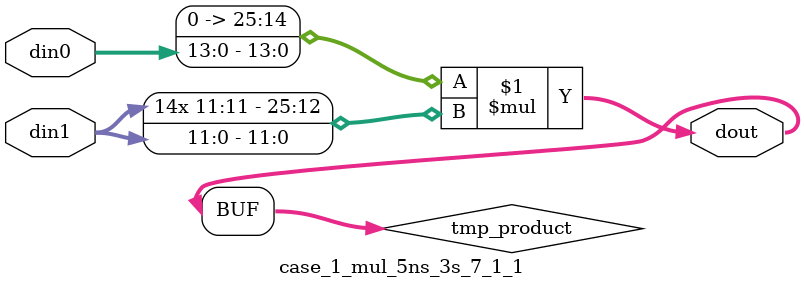
<source format=v>

`timescale 1 ns / 1 ps

 (* use_dsp = "no" *)  module case_1_mul_5ns_3s_7_1_1(din0, din1, dout);
parameter ID = 1;
parameter NUM_STAGE = 0;
parameter din0_WIDTH = 14;
parameter din1_WIDTH = 12;
parameter dout_WIDTH = 26;

input [din0_WIDTH - 1 : 0] din0; 
input [din1_WIDTH - 1 : 0] din1; 
output [dout_WIDTH - 1 : 0] dout;

wire signed [dout_WIDTH - 1 : 0] tmp_product;

























assign tmp_product = $signed({1'b0, din0}) * $signed(din1);










assign dout = tmp_product;





















endmodule

</source>
